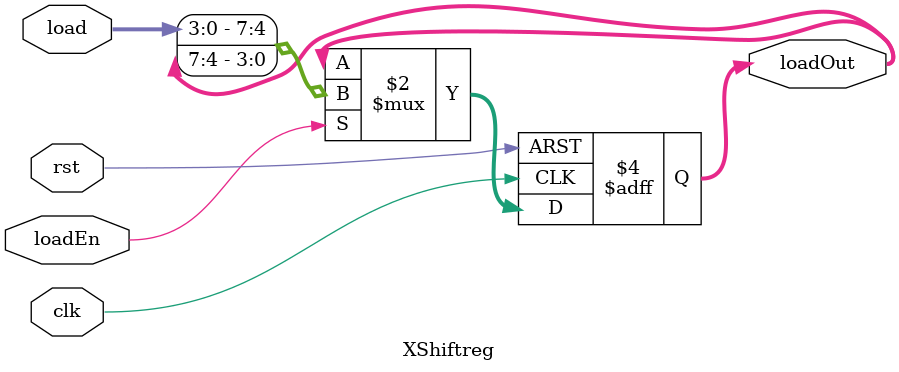
<source format=v>
module Rreg (input [15:0] load, input init, loadEn, clk, rst, output reg [15:0] loadOut);


	always @(posedge clk or posedge rst) begin
	
		if (rst) loadOut <= 16'b0000000000000000;
		else if (init) loadOut <= 16'b0000000100000000;
		else if (loadEn) loadOut <= load;
	
	end

endmodule

module Treg (input [15:0] load, input init, loadEn, clk, rst, output reg [15:0] loadOut);


	always @(posedge clk or posedge rst) begin
	
		if (rst) loadOut <= 16'b0000000000000000;
		else if (init) loadOut <= 16'b0000000100000000;
		else if (loadEn) loadOut <= load;
	
	end

endmodule




module Nreg (input [3:0] load, input loadEn, clk, rst, output reg [3:0] loadOut);

	always @(posedge clk or posedge rst) begin
	
		if (rst) loadOut <= 4'b0000;

		else if (loadEn) loadOut <= load;
	end
	
endmodule


module XShiftreg (input [3:0] load, input loadEn, clk, rst, output reg [7:0] loadOut);

	reg FOLBits;
	
	always @(posedge clk or posedge rst) begin
	
		if (rst) loadOut <= 8'b00000000;

		else if (loadEn) loadOut <= {load, loadOut[7:4]};
		
//		else if (loadEn) loadOut
		
		
	end
	
endmodule

</source>
